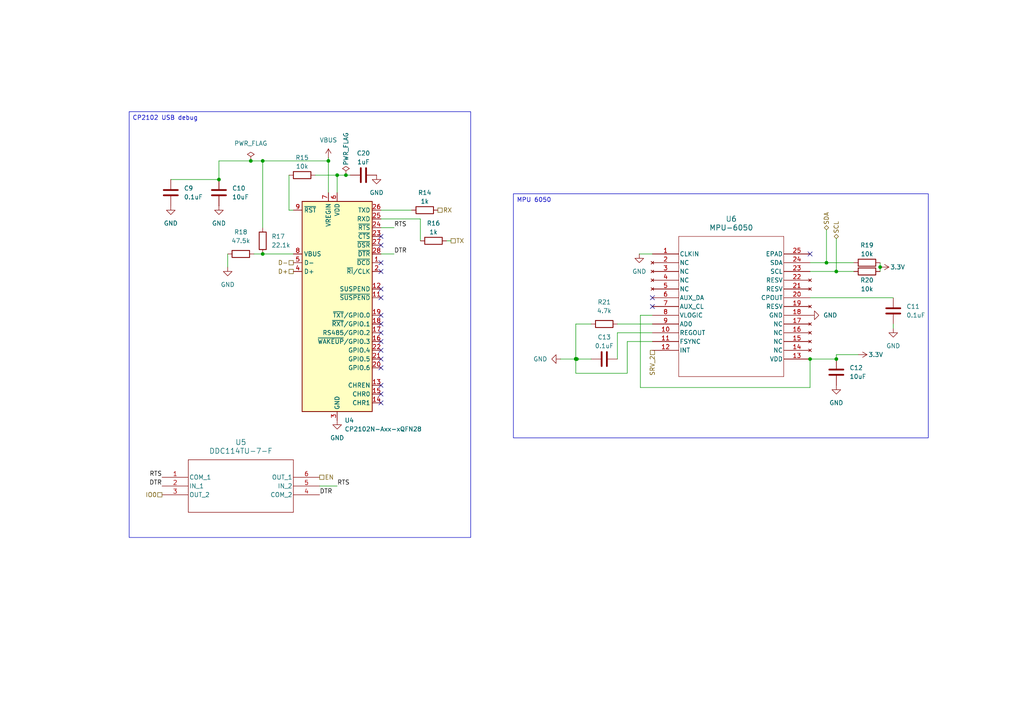
<source format=kicad_sch>
(kicad_sch (version 20250114) (generator "eeschema") (generator_version "9.0")
  (paper "A4")
  (title_block (date "2025-06-16") (rev "1"))
  (lib_symbols
    (symbol "DDC114TU-7-F:DDC114TU-7-F" (pin_names (offset 0.254))
      (property "Reference" "U" (at 22.86 10.16 0))
      (property "Value" "DDC114TU-7-F" (at 22.86 7.62 0))
      (symbol "DDC114TU-7-F_0_1"
        (polyline (pts (xy 7.62 5.08) (xy 7.62 -10.16)))
        (polyline (pts (xy 7.62 -10.16) (xy 38.1 -10.16)))
        (polyline (pts (xy 38.1 5.08) (xy 7.62 5.08)))
        (polyline (pts (xy 38.1 -10.16) (xy 38.1 5.08)))
        (pin bidirectional line (at 0 0 0) (length 7.62) (name "COM_1") (number "1"))
        (pin input line (at 0 -2.54 0) (length 7.62) (name "IN_1") (number "2"))
        (pin unspecified line (at 0 -5.08 0) (length 7.62) (name "OUT_2") (number "3"))
        (pin output line (at 45.72 0 180) (length 7.62) (name "OUT_1") (number "6"))
        (pin input line (at 45.72 -2.54 180) (length 7.62) (name "IN_2") (number "5"))
        (pin bidirectional line (at 45.72 -5.08 180) (length 7.62) (name "COM_2") (number "4"))
      )
    )
    (symbol "Device:C" (pin_numbers (hide yes)) (pin_names (offset 0.254))
      (property "Reference" "C" (at 0.635 2.54 0))
      (property "Value" "C" (at 0.635 -2.54 0))
      (symbol "C_0_1"
        (polyline (pts (xy -2.032 0.762) (xy 2.032 0.762)) (stroke (width 0.508)))
        (polyline (pts (xy -2.032 -0.762) (xy 2.032 -0.762)) (stroke (width 0.508)))
      )
      (symbol "C_1_1"
        (pin passive line (at 0 3.81 270) (length 2.794) (name "~") (number "1"))
        (pin passive line (at 0 -3.81 90) (length 2.794) (name "~") (number "2"))
      )
    )
    (symbol "Device:R" (pin_numbers (hide yes)) (pin_names (offset 0))
      (property "Reference" "R" (at 2.032 0 90))
      (property "Value" "R" (at 0 0 90))
      (symbol "R_0_1"
        (rectangle (start -1.016 -2.54) (end 1.016 2.54) (stroke (width 0.254)))
      )
      (symbol "R_1_1"
        (pin passive line (at 0 3.81 270) (length 1.27) (name "~") (number "1"))
        (pin passive line (at 0 -3.81 90) (length 1.27) (name "~") (number "2"))
      )
    )
    (symbol "Interface_USB:CP2102N-Axx-xQFN28"
      (property "Reference" "U" (at -8.89 31.75 0))
      (property "Value" "CP2102N-Axx-xQFN28" (at 12.7 31.75 0))
      (symbol "CP2102N-Axx-xQFN28_0_1"
        (rectangle (start -10.16 30.48) (end 10.16 -30.48) (stroke (width 0.254)) (fill (type background)))
      )
      (symbol "CP2102N-Axx-xQFN28_1_1"
        (pin input line (at -12.7 27.94 0) (length 2.54) (name "~{RST}") (number "9"))
        (pin input line (at -12.7 15.24 0) (length 2.54) (name "VBUS") (number "8"))
        (pin bidirectional line (at -12.7 12.7 0) (length 2.54) (name "D-") (number "5"))
        (pin bidirectional line (at -12.7 10.16 0) (length 2.54) (name "D+") (number "4"))
        (pin no_connect line (at -10.16 -27.94 0) (length 2.54) (hide yes) (name "NC") (number "10"))
        (pin power_in line (at -2.54 33.02 270) (length 2.54) (name "VREGIN") (number "7"))
        (pin power_in line (at 0 33.02 270) (length 2.54) (name "VDD") (number "6"))
        (pin passive line (at 0 -33.02 90) (length 2.54) (hide yes) (name "GND") (number "29"))
        (pin power_in line (at 0 -33.02 90) (length 2.54) (name "GND") (number "3"))
        (pin output line (at 12.7 27.94 180) (length 2.54) (name "TXD") (number "26"))
        (pin input line (at 12.7 25.4 180) (length 2.54) (name "RXD") (number "25"))
        (pin output line (at 12.7 22.86 180) (length 2.54) (name "~{RTS}") (number "24"))
        (pin input line (at 12.7 20.32 180) (length 2.54) (name "~{CTS}") (number "23"))
        (pin input line (at 12.7 17.78 180) (length 2.54) (name "~{DSR}") (number "27"))
        (pin output line (at 12.7 15.24 180) (length 2.54) (name "~{DTR}") (number "28"))
        (pin input line (at 12.7 12.7 180) (length 2.54) (name "~{DCD}") (number "1"))
        (pin bidirectional line (at 12.7 10.16 180) (length 2.54) (name "~{RI}/CLK") (number "2"))
        (pin output line (at 12.7 5.08 180) (length 2.54) (name "SUSPEND") (number "12"))
        (pin output line (at 12.7 2.54 180) (length 2.54) (name "~{SUSPEND}") (number "11"))
        (pin bidirectional line (at 12.7 -2.54 180) (length 2.54) (name "~{TXT}/GPIO.0") (number "19"))
        (pin bidirectional line (at 12.7 -5.08 180) (length 2.54) (name "~{RXT}/GPIO.1") (number "18"))
        (pin bidirectional line (at 12.7 -7.62 180) (length 2.54) (name "RS485/GPIO.2") (number "17"))
        (pin bidirectional line (at 12.7 -10.16 180) (length 2.54) (name "~{WAKEUP}/GPIO.3") (number "16"))
        (pin bidirectional line (at 12.7 -12.7 180) (length 2.54) (name "GPIO.4") (number "22"))
        (pin bidirectional line (at 12.7 -15.24 180) (length 2.54) (name "GPIO.5") (number "21"))
        (pin bidirectional line (at 12.7 -17.78 180) (length 2.54) (name "GPIO.6") (number "20"))
        (pin output line (at 12.7 -22.86 180) (length 2.54) (name "CHREN") (number "13"))
        (pin output line (at 12.7 -25.4 180) (length 2.54) (name "CHR0") (number "15"))
        (pin output line (at 12.7 -27.94 180) (length 2.54) (name "CHR1") (number "14"))
      )
    )
    (symbol "MPU-6050:MPU-6050" (pin_names (offset 0.254))
      (property "Reference" "U" (at 22.86 10.16 0))
      (property "Value" "MPU-6050" (at 22.86 7.62 0))
      (symbol "MPU-6050_0_1"
        (polyline (pts (xy 7.62 5.08) (xy 7.62 -35.56)) (stroke (width 0.127)))
        (polyline (pts (xy 7.62 -35.56) (xy 38.1 -35.56)) (stroke (width 0.127)))
        (polyline (pts (xy 38.1 5.08) (xy 7.62 5.08)) (stroke (width 0.127)))
        (polyline (pts (xy 38.1 -35.56) (xy 38.1 5.08)) (stroke (width 0.127)))
        (pin input line (at 0 0 0) (length 7.62) (name "CLKIN") (number "1"))
        (pin no_connect line (at 0 -2.54 0) (length 7.62) (name "NC") (number "2"))
        (pin no_connect line (at 0 -5.08 0) (length 7.62) (name "NC") (number "3"))
        (pin no_connect line (at 0 -7.62 0) (length 7.62) (name "NC") (number "4"))
        (pin no_connect line (at 0 -10.16 0) (length 7.62) (name "NC") (number "5"))
        (pin unspecified line (at 0 -12.7 0) (length 7.62) (name "AUX_DA") (number "6"))
        (pin unspecified line (at 0 -15.24 0) (length 7.62) (name "AUX_CL") (number "7"))
        (pin power_in line (at 0 -17.78 0) (length 7.62) (name "VLOGIC") (number "8"))
        (pin bidirectional line (at 0 -20.32 0) (length 7.62) (name "AD0") (number "9"))
        (pin output line (at 0 -22.86 0) (length 7.62) (name "REGOUT") (number "10"))
        (pin unspecified line (at 0 -25.4 0) (length 7.62) (name "FSYNC") (number "11"))
        (pin output line (at 0 -27.94 0) (length 7.62) (name "INT") (number "12"))
        (pin unspecified line (at 45.72 0 180) (length 7.62) (name "EPAD") (number "25"))
        (pin unspecified line (at 45.72 -2.54 180) (length 7.62) (name "SDA") (number "24"))
        (pin unspecified line (at 45.72 -5.08 180) (length 7.62) (name "SCL") (number "23"))
        (pin no_connect line (at 45.72 -7.62 180) (length 7.62) (name "RESV") (number "22"))
        (pin no_connect line (at 45.72 -10.16 180) (length 7.62) (name "RESV") (number "21"))
        (pin output line (at 45.72 -12.7 180) (length 7.62) (name "CPOUT") (number "20"))
        (pin no_connect line (at 45.72 -15.24 180) (length 7.62) (name "RESV") (number "19"))
        (pin power_out line (at 45.72 -17.78 180) (length 7.62) (name "GND") (number "18"))
        (pin no_connect line (at 45.72 -20.32 180) (length 7.62) (name "NC") (number "17"))
        (pin no_connect line (at 45.72 -22.86 180) (length 7.62) (name "NC") (number "16"))
        (pin no_connect line (at 45.72 -25.4 180) (length 7.62) (name "NC") (number "15"))
        (pin no_connect line (at 45.72 -27.94 180) (length 7.62) (name "NC") (number "14"))
        (pin power_in line (at 45.72 -30.48 180) (length 7.62) (name "VDD") (number "13"))
      )
    )
    (symbol "SparkFun-PowerSymbol:3.3V" (power) (pin_names (offset 0))
      (property "Value" "3.3V" (at 0 3.81 0))
      (symbol "3.3V_0_1"
        (polyline (pts (xy -0.762 1.27) (xy 0 2.54)))
        (polyline (pts (xy 0 2.54) (xy 0.762 1.27)))
        (polyline (pts (xy 0 0) (xy 0 2.54)))
      )
      (symbol "3.3V_1_1"
        (pin power_in line (at 0 0 90) (length 0) (hide yes) (name "3.3V") (number "1"))
      )
    )
    (symbol "power:GND" (power) (pin_numbers (hide yes)) (pin_names (offset 0) (hide yes))
      (property "Value" "GND" (at 0 -3.81 0))
      (symbol "GND_0_1"
        (polyline (pts (xy 0 0) (xy 0 -1.27) (xy 1.27 -1.27) (xy 0 -2.54) (xy -1.27 -1.27) (xy 0 -1.27)))
      )
      (symbol "GND_1_1"
        (pin power_in line (at 0 0 270) (length 0) (name "~") (number "1"))
      )
    )
    (symbol "power:PWR_FLAG" (power) (pin_numbers (hide yes)) (pin_names (offset 0) (hide yes))
      (property "Value" "PWR_FLAG" (at 0 3.81 0))
      (symbol "PWR_FLAG_0_0"
        (pin power_out line (at 0 0 90) (length 0) (name "~") (number "1"))
      )
      (symbol "PWR_FLAG_0_1"
        (polyline (pts (xy 0 0) (xy 0 1.27) (xy -1.016 1.905) (xy 0 2.54) (xy 1.016 1.905) (xy 0 1.27)))
      )
    )
    (symbol "power:VBUS" (power) (pin_numbers (hide yes)) (pin_names (offset 0) (hide yes))
      (property "Value" "VBUS" (at 0 3.556 0))
      (symbol "VBUS_0_1"
        (polyline (pts (xy -0.762 1.27) (xy 0 2.54)))
        (polyline (pts (xy 0 2.54) (xy 0.762 1.27)))
        (polyline (pts (xy 0 0) (xy 0 2.54)))
      )
      (symbol "VBUS_1_1"
        (pin power_in line (at 0 0 90) (length 0) (name "~") (number "1"))
      )
    )
  )
  (text_box "CP2102 USB debug" (at 37.465 32.385 0) (size 99.06 123.5075) (margins 0.9525 0.9525 0.9525 0.9525) (effects (font (size 1.27 1.27)) (justify left top)))
  (text_box "MPU 6050" (at 148.9075 56.1975 0) (size 120.3325 70.8025) (margins 0.9525 0.9525 0.9525 0.9525) (effects (font (size 1.27 1.27)) (justify left top)))
  (junction (at 97.79 50.8))
  (junction (at 100.33 50.8))
  (junction (at 95.25 46.6725))
  (junction (at 234.95 104.14))
  (junction (at 76.2 73.66))
  (junction (at 167.3225 104.14))
  (junction (at 72.7421 46.6725))
  (junction (at 239.7125 76.2))
  (junction (at 63.5 52.07))
  (junction (at 76.2 46.6725))
  (junction (at 242.57 78.74))
  (junction (at 242.57 104.14))
  (junction (at 255.27 77.47))
  (junction (at 167.005 104.0711))
  (junction (at 167.005 104.14))
  (no_connect (at 110.49 83.82))
  (no_connect (at 110.49 101.6))
  (no_connect (at 189.23 86.36))
  (no_connect (at 110.49 96.52))
  (no_connect (at 110.49 93.98))
  (no_connect (at 110.49 116.84))
  (no_connect (at 110.49 76.2))
  (no_connect (at 110.49 68.58))
  (no_connect (at 110.49 114.3))
  (no_connect (at 189.23 88.9))
  (no_connect (at 110.49 99.06))
  (no_connect (at 110.49 111.76))
  (no_connect (at 110.49 104.14))
  (no_connect (at 110.49 91.44))
  (no_connect (at 110.49 106.68))
  (no_connect (at 110.49 78.74))
  (no_connect (at 110.49 71.12))
  (no_connect (at 110.49 86.36))
  (no_connect (at 234.95 73.66))
  (wire (pts (xy 167.005 104.0711) (xy 167.005 104.14)))
  (wire (pts (xy 234.95 112.395) (xy 234.95 104.14)))
  (wire (pts (xy 110.49 60.96) (xy 119.38 60.96)))
  (wire (pts (xy 171.45 93.98) (xy 167.005 93.98)))
  (wire (pts (xy 63.5 52.07) (xy 63.5 46.6725)))
  (wire (pts (xy 185.7375 112.395) (xy 234.95 112.395)))
  (wire (pts (xy 73.66 73.66) (xy 76.2 73.66)))
  (wire (pts (xy 234.95 86.36) (xy 259.08 86.36)))
  (wire (pts (xy 242.57 78.74) (xy 247.65 78.74)))
  (wire (pts (xy 167.005 108.2675) (xy 167.005 104.14)))
  (wire (pts (xy 167.005 104.14) (xy 167.3225 104.14)))
  (wire (pts (xy 91.44 50.8) (xy 97.79 50.8)))
  (wire (pts (xy 76.2 46.6725) (xy 95.25 46.6725)))
  (wire (pts (xy 242.57 69.215) (xy 242.57 78.74)))
  (wire (pts (xy 255.27 76.2) (xy 255.27 77.47)))
  (wire (pts (xy 234.95 76.2) (xy 239.7125 76.2)))
  (wire (pts (xy 185.7375 91.44) (xy 185.7375 112.395)))
  (wire (pts (xy 179.07 96.52) (xy 179.07 104.14)))
  (wire (pts (xy 72.7421 46.6725) (xy 76.2 46.6725)))
  (wire (pts (xy 242.57 104.14) (xy 234.95 104.14)))
  (wire (pts (xy 76.2 46.6725) (xy 76.2 66.04)))
  (wire (pts (xy 259.08 95.25) (xy 259.08 93.98)))
  (wire (pts (xy 66.04 77.47) (xy 66.04 73.66)))
  (wire (pts (xy 167.005 108.2675) (xy 181.9275 108.2675)))
  (wire (pts (xy 121.92 63.5) (xy 121.92 69.85)))
  (wire (pts (xy 189.23 96.52) (xy 179.07 96.52)))
  (wire (pts (xy 129.54 69.85) (xy 130.81 69.85)))
  (wire (pts (xy 239.7125 66.675) (xy 239.7125 76.2)))
  (wire (pts (xy 97.79 140.97) (xy 92.71 140.97)))
  (wire (pts (xy 83.82 60.96) (xy 83.82 50.8)))
  (wire (pts (xy 114.3 66.04) (xy 110.49 66.04)))
  (wire (pts (xy 185.42 73.66) (xy 189.23 73.66)))
  (wire (pts (xy 85.09 60.96) (xy 83.82 60.96)))
  (wire (pts (xy 63.5 46.6725) (xy 72.7421 46.6725)))
  (wire (pts (xy 189.23 91.44) (xy 185.7375 91.44)))
  (wire (pts (xy 242.57 102.87) (xy 248.92 102.87)))
  (wire (pts (xy 179.07 93.98) (xy 189.23 93.98)))
  (wire (pts (xy 97.79 50.8) (xy 100.33 50.8)))
  (wire (pts (xy 76.2 73.66) (xy 85.09 73.66)))
  (wire (pts (xy 110.49 63.5) (xy 121.92 63.5)))
  (wire (pts (xy 167.3225 104.0711) (xy 167.005 104.0711)))
  (wire (pts (xy 242.57 102.87) (xy 242.57 104.14)))
  (wire (pts (xy 189.23 99.06) (xy 181.9275 99.06)))
  (wire (pts (xy 100.33 50.8) (xy 101.6 50.8)))
  (wire (pts (xy 234.95 78.74) (xy 242.57 78.74)))
  (wire (pts (xy 167.3225 104.14) (xy 167.3225 104.0711)))
  (wire (pts (xy 167.005 93.98) (xy 167.005 104.0711)))
  (wire (pts (xy 114.3 73.66) (xy 110.49 73.66)))
  (wire (pts (xy 239.7125 76.2) (xy 247.65 76.2)))
  (wire (pts (xy 95.25 45.72) (xy 95.25 46.6725)))
  (wire (pts (xy 255.27 77.47) (xy 255.27 78.74)))
  (wire (pts (xy 162.56 104.14) (xy 167.005 104.14)))
  (wire (pts (xy 181.9275 99.06) (xy 181.9275 108.2675)))
  (wire (pts (xy 167.3225 104.14) (xy 171.45 104.14)))
  (wire (pts (xy 49.53 52.07) (xy 63.5 52.07)))
  (wire (pts (xy 97.79 55.88) (xy 97.79 50.8)))
  (wire (pts (xy 95.25 46.6725) (xy 95.25 55.88)))
  (label "DTR" (at 114.3 73.66 0))
  (label "DTR" (at 92.71 143.51 0))
  (label "RTS" (at 114.3 66.04 0))
  (label "RTS" (at 46.99 138.43 180))
  (label "RTS" (at 97.79 140.97 0))
  (label "DTR" (at 46.99 140.97 180))
  (hierarchical_label "TX" (shape passive) (at 130.81 69.85 0))
  (hierarchical_label "SDA" (shape bidirectional) (at 239.7125 66.675 90))
  (hierarchical_label "SCL" (shape bidirectional) (at 242.57 69.215 90))
  (hierarchical_label "D+" (shape passive) (at 85.09 78.74 180))
  (hierarchical_label "D-" (shape passive) (at 85.09 76.2 180))
  (hierarchical_label "EN" (shape passive) (at 92.71 138.43 0))
  (hierarchical_label "RX" (shape passive) (at 127 60.96 0))
  (hierarchical_label "SRV_2" (shape passive) (at 189.23 101.6 270))
  (hierarchical_label "IO0" (shape passive) (at 46.99 143.51 180))
  (symbol (lib_id "Interface_USB:CP2102N-Axx-xQFN28") (at 97.79 88.9 0) (unit 1)
    (property "Reference" "U4" (at 99.9333 121.92 0) (effects (justify left)))
    (property "Value" "CP2102N-Axx-xQFN28" (at 99.9333 124.46 0) (effects (justify left)))
    (property "Footprint" "Package_DFN_QFN:QFN-28-1EP_5x5mm_P0.5mm_EP3.35x3.35mm" (effects (hide yes)))
    (property "Datasheet" "https://www.silabs.com/documents/public/data-sheets/cp2102n-datasheet.pdf" (effects (hide yes)))
    (property "Description" "USB to UART master bridge, QFN-28" (effects (hide yes)))
  )
  (symbol (lib_id "Device:C") (at 242.57 107.95 0) (unit 1)
    (property "Reference" "C12" (at 246.38 106.6799 0) (effects (justify left)))
    (property "Value" "10uF" (at 246.38 109.2199 0) (effects (justify left)))
    (property "Footprint" "Capacitor_SMD:C_0805_2012Metric" (effects (hide yes)))
    (property "Description" "Unpolarized capacitor" (effects (hide yes)))
  )
  (symbol (lib_id "Device:R") (at 175.26 93.98 90) (unit 1)
    (property "Reference" "R21" (at 175.26 87.63 90))
    (property "Value" "4.7k" (at 175.26 90.17 90))
    (property "Footprint" "Resistor_SMD:R_0805_2012Metric_Pad1.20x1.40mm_HandSolder" (effects (hide yes)))
    (property "Description" "Resistor" (effects (hide yes)))
  )
  (symbol (lib_id "Device:R") (at 123.19 60.96 90) (unit 1)
    (property "Reference" "R14" (at 123.19 55.88 90))
    (property "Value" "1k" (at 123.19 58.42 90))
    (property "Footprint" "Resistor_SMD:R_0805_2012Metric_Pad1.20x1.40mm_HandSolder" (effects (hide yes)))
    (property "Description" "Resistor" (effects (hide yes)))
  )
  (symbol (lib_id "Device:C") (at 259.08 90.17 0) (unit 1)
    (property "Reference" "C11" (at 262.89 88.8999 0) (effects (justify left)))
    (property "Value" "0.1uF" (at 262.89 91.4399 0) (effects (justify left)))
    (property "Footprint" "Capacitor_SMD:C_0805_2012Metric" (effects (hide yes)))
    (property "Description" "Unpolarized capacitor" (effects (hide yes)))
  )
  (symbol (lib_id "Device:R") (at 251.46 78.74 270) (unit 1)
    (property "Reference" "R20" (at 251.46 81.28 90))
    (property "Value" "10k" (at 251.46 83.82 90))
    (property "Footprint" "Resistor_SMD:R_0805_2012Metric_Pad1.20x1.40mm_HandSolder" (effects (hide yes)))
    (property "Description" "Resistor" (effects (hide yes)))
  )
  (symbol (lib_id "Device:C") (at 49.53 55.88 0) (unit 1)
    (property "Reference" "C9" (at 53.34 54.6099 0) (effects (justify left)))
    (property "Value" "0.1uF" (at 53.34 57.1499 0) (effects (justify left)))
    (property "Footprint" "Capacitor_SMD:C_0805_2012Metric" (effects (hide yes)))
    (property "Description" "Unpolarized capacitor" (effects (hide yes)))
  )
  (symbol (lib_id "Device:R") (at 69.85 73.66 90) (unit 1)
    (property "Reference" "R18" (at 69.85 67.31 90))
    (property "Value" "47.5k" (at 69.85 69.85 90))
    (property "Footprint" "Resistor_SMD:R_0805_2012Metric_Pad1.20x1.40mm_HandSolder" (effects (hide yes)))
    (property "Description" "Resistor" (effects (hide yes)))
  )
  (symbol (lib_id "power:VBUS") (at 95.25 45.72 0) (unit 1)
    (property "Reference" "#PWR058" (effects (hide yes)))
    (property "Value" "VBUS" (at 95.25 40.64 0))
    (property "Description" "Power symbol creates a global label with name \"VBUS\"" (effects (hide yes)))
  )
  (symbol (lib_id "Device:R") (at 251.46 76.2 90) (unit 1)
    (property "Reference" "R19" (at 251.46 71.12 90))
    (property "Value" "10k" (at 251.46 73.66 90))
    (property "Footprint" "Resistor_SMD:R_0805_2012Metric_Pad1.20x1.40mm_HandSolder" (effects (hide yes)))
    (property "Description" "Resistor" (effects (hide yes)))
  )
  (symbol (lib_id "Device:R") (at 125.73 69.85 270) (unit 1)
    (property "Reference" "R16" (at 125.73 64.77 90))
    (property "Value" "1k" (at 125.73 67.31 90))
    (property "Footprint" "Resistor_SMD:R_0805_2012Metric_Pad1.20x1.40mm_HandSolder" (effects (hide yes)))
    (property "Description" "Resistor" (effects (hide yes)))
  )
  (symbol (lib_id "power:GND") (at 162.56 104.14 270) (unit 1)
    (property "Reference" "#PWR041" (effects (hide yes)))
    (property "Value" "GND" (at 158.75 104.1399 90) (effects (justify right)))
    (property "Description" "Power symbol creates a global label with name \"GND\" , ground" (effects (hide yes)))
  )
  (symbol (lib_id "power:GND") (at 66.04 77.47 0) (unit 1)
    (property "Reference" "#PWR034" (effects (hide yes)))
    (property "Value" "GND" (at 66.04 82.55 0))
    (property "Description" "Power symbol creates a global label with name \"GND\" , ground" (effects (hide yes)))
  )
  (symbol (lib_id "power:GND") (at 97.79 121.92 0) (unit 1)
    (property "Reference" "#PWR035" (effects (hide yes)))
    (property "Value" "GND" (at 97.79 127 0))
    (property "Description" "Power symbol creates a global label with name \"GND\" , ground" (effects (hide yes)))
  )
  (symbol (lib_id "power:PWR_FLAG") (at 72.7421 46.6725 0) (unit 1)
    (property "Reference" "#FLG06" (effects (hide yes)))
    (property "Value" "PWR_FLAG" (at 72.7421 41.5925 0))
    (property "Description" "Special symbol for telling ERC where power comes from" (effects (hide yes)))
  )
  (symbol (lib_id "power:GND") (at 109.22 50.8 0) (unit 1)
    (property "Reference" "#PWR036" (effects (hide yes)))
    (property "Value" "GND" (at 109.22 55.88 0))
    (property "Description" "Power symbol creates a global label with name \"GND\" , ground" (effects (hide yes)))
  )
  (symbol (lib_id "Device:R") (at 76.2 69.85 0) (unit 1)
    (property "Reference" "R17" (at 78.74 68.5799 0) (effects (justify left)))
    (property "Value" "22.1k" (at 78.74 71.1199 0) (effects (justify left)))
    (property "Footprint" "Resistor_SMD:R_0805_2012Metric_Pad1.20x1.40mm_HandSolder" (effects (hide yes)))
    (property "Description" "Resistor" (effects (hide yes)))
  )
  (symbol (lib_id "Device:C") (at 175.26 104.14 90) (unit 1)
    (property "Reference" "C13" (at 175.26 97.79 90))
    (property "Value" "0.1uF" (at 175.26 100.33 90))
    (property "Footprint" "Capacitor_SMD:C_0805_2012Metric" (effects (hide yes)))
    (property "Description" "Unpolarized capacitor" (effects (hide yes)))
  )
  (symbol (lib_id "DDC114TU-7-F:DDC114TU-7-F") (at 46.99 138.43 0) (unit 1)
    (property "Reference" "U5" (at 69.85 128.27 0) (effects (font (size 1.524 1.524))))
    (property "Value" "DDC114TU-7-F" (at 69.85 130.81 0) (effects (font (size 1.524 1.524))))
    (property "Footprint" "DDC114TU-7-F:SOT_363_DIO" (effects (hide yes)))
    (property "Datasheet" "DDC114TU-7-F" (effects (hide yes)))
  )
  (symbol (lib_id "power:GND") (at 259.08 95.25 0) (unit 1)
    (property "Reference" "#PWR039" (effects (hide yes)))
    (property "Value" "GND" (at 259.08 100.33 0))
    (property "Description" "Power symbol creates a global label with name \"GND\" , ground" (effects (hide yes)))
  )
  (symbol (lib_id "power:GND") (at 49.53 59.69 0) (unit 1)
    (property "Reference" "#PWR031" (effects (hide yes)))
    (property "Value" "GND" (at 49.53 64.77 0))
    (property "Description" "Power symbol creates a global label with name \"GND\" , ground" (effects (hide yes)))
  )
  (symbol (lib_id "power:GND") (at 242.57 111.76 0) (unit 1)
    (property "Reference" "#PWR043" (effects (hide yes)))
    (property "Value" "GND" (at 242.57 116.84 0))
    (property "Description" "Power symbol creates a global label with name \"GND\" , ground" (effects (hide yes)))
  )
  (symbol (lib_id "Device:C") (at 63.5 55.88 0) (unit 1)
    (property "Reference" "C10" (at 67.31 54.6099 0) (effects (justify left)))
    (property "Value" "10uF" (at 67.31 57.1499 0) (effects (justify left)))
    (property "Footprint" "Capacitor_SMD:C_0805_2012Metric" (effects (hide yes)))
    (property "Description" "Unpolarized capacitor" (effects (hide yes)))
  )
  (symbol (lib_id "power:GND") (at 185.42 73.66 0) (unit 1)
    (property "Reference" "#PWR037" (effects (hide yes)))
    (property "Value" "GND" (at 185.42 78.74 0))
    (property "Description" "Power symbol creates a global label with name \"GND\" , ground" (effects (hide yes)))
  )
  (symbol (lib_id "SparkFun-PowerSymbol:3.3V") (at 248.92 102.87 270) (unit 1)
    (property "Reference" "#PWR056" (effects (hide yes)))
    (property "Value" "3.3V" (at 254 102.87 90))
    (property "Description" "Power symbol creates a global label with name \"3.3V\"" (effects (hide yes)))
  )
  (symbol (lib_id "Device:R") (at 87.63 50.8 90) (unit 1)
    (property "Reference" "R15" (at 87.63 45.72 90))
    (property "Value" "10k" (at 87.63 48.26 90))
    (property "Footprint" "Resistor_SMD:R_0805_2012Metric_Pad1.20x1.40mm_HandSolder" (effects (hide yes)))
    (property "Description" "Resistor" (effects (hide yes)))
  )
  (symbol (lib_id "power:GND") (at 234.95 91.44 90) (unit 1)
    (property "Reference" "#PWR040" (effects (hide yes)))
    (property "Value" "GND" (at 238.76 91.4399 90) (effects (justify right)))
    (property "Description" "Power symbol creates a global label with name \"GND\" , ground" (effects (hide yes)))
  )
  (symbol (lib_id "MPU-6050:MPU-6050") (at 189.23 73.66 0) (unit 1)
    (property "Reference" "U6" (at 212.09 63.5 0) (effects (font (size 1.524 1.524))))
    (property "Value" "MPU-6050" (at 212.09 66.04 0) (effects (font (size 1.524 1.524))))
    (property "Footprint" "MPU-6050:QFN24_4X4X0P9-0P5_TDK" (effects (hide yes)))
    (property "Datasheet" "MPU-6050" (effects (hide yes)))
  )
  (symbol (lib_id "SparkFun-PowerSymbol:3.3V") (at 255.27 77.47 270) (unit 1)
    (property "Reference" "#PWR059" (effects (hide yes)))
    (property "Value" "3.3V" (at 260.35 77.47 90))
    (property "Description" "Power symbol creates a global label with name \"3.3V\"" (effects (hide yes)))
  )
  (symbol (lib_id "Device:C") (at 105.41 50.8 90) (unit 1)
    (property "Reference" "C20" (at 105.41 44.45 90))
    (property "Value" "1uF" (at 105.41 46.99 90))
    (property "Footprint" "Capacitor_SMD:C_0805_2012Metric" (effects (hide yes)))
    (property "Description" "Unpolarized capacitor" (effects (hide yes)))
  )
  (symbol (lib_id "power:GND") (at 63.5 59.69 0) (unit 1)
    (property "Reference" "#PWR032" (effects (hide yes)))
    (property "Value" "GND" (at 63.5 64.77 0))
    (property "Description" "Power symbol creates a global label with name \"GND\" , ground" (effects (hide yes)))
  )
  (symbol (lib_id "power:PWR_FLAG") (at 100.33 50.8 0) (unit 1)
    (property "Reference" "#FLG01" (effects (hide yes)))
    (property "Value" "PWR_FLAG" (at 100.33 43.18 90))
    (property "Description" "Special symbol for telling ERC where power comes from" (effects (hide yes)))
  )
)
</source>
